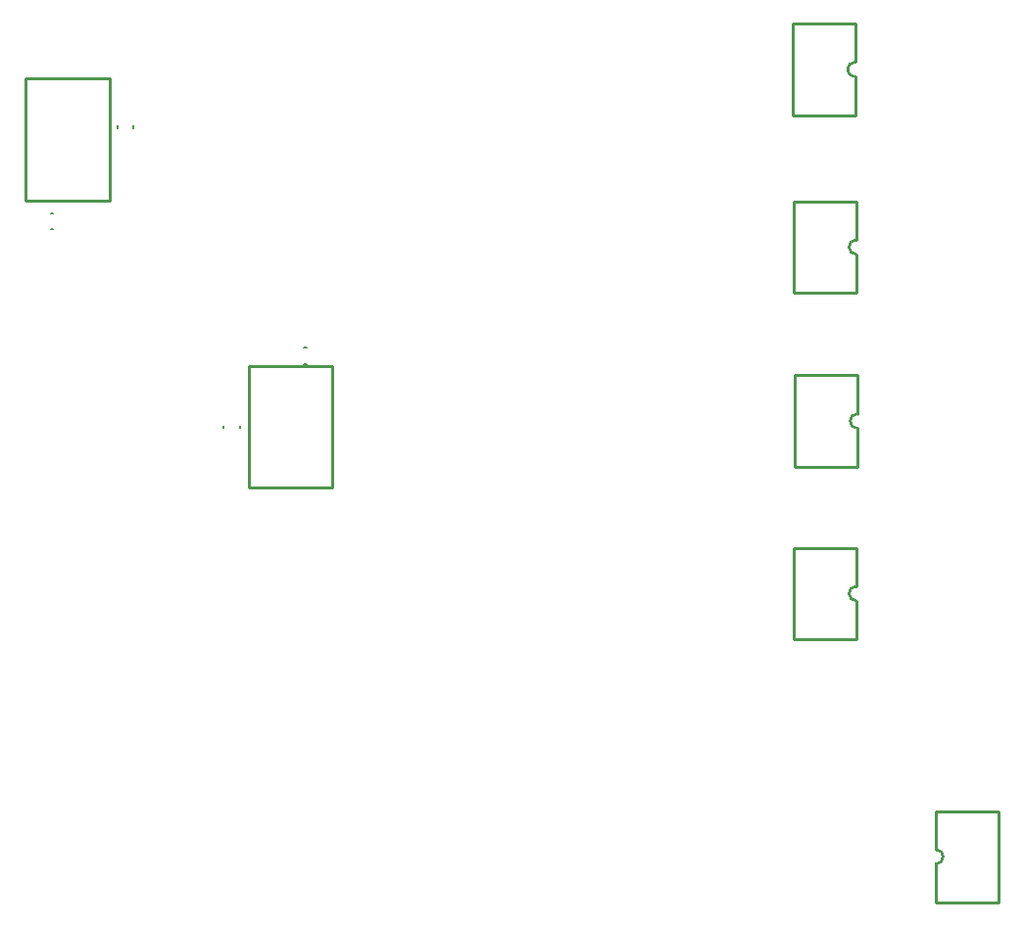
<source format=gbr>
G04 start of page 11 for group -4078 idx -4078 *
G04 Title: 971 BBB Cape, bottomsilk *
G04 Creator: pcb 20110918 *
G04 CreationDate: Thu Dec  5 05:46:54 2013 UTC *
G04 For: brians *
G04 Format: Gerber/RS-274X *
G04 PCB-Dimensions: 500000 400000 *
G04 PCB-Coordinate-Origin: lower left *
%MOIN*%
%FSLAX25Y25*%
%LNBOTTOMSILK*%
%ADD296C,0.0080*%
%ADD295C,0.0100*%
G54D295*X422997Y107952D02*X444209D01*
Y76820D01*
X422997D02*X444209D01*
X422997Y107952D02*Y94886D01*
Y89886D02*Y76820D01*
Y89886D02*G75*G03X422997Y94886I0J2500D01*G01*
X374335Y344934D02*X395547D01*
X374335Y376066D02*Y344934D01*
Y376066D02*X395547D01*
Y358000D02*Y344934D01*
Y376066D02*Y363000D01*
G75*G03X395547Y358000I0J-2500D01*G01*
X374835Y284434D02*X396047D01*
X374835Y315566D02*Y284434D01*
Y315566D02*X396047D01*
Y297500D02*Y284434D01*
Y315566D02*Y302500D01*
G75*G03X396047Y297500I0J-2500D01*G01*
G54D296*X144686Y341393D02*Y340607D01*
X150196Y341393D02*Y340607D01*
X121949Y311584D02*X122735D01*
X121949Y306074D02*X122735D01*
G54D295*X141999Y357329D02*Y315929D01*
X113499D02*X141999D01*
X113499Y357329D02*Y315929D01*
Y357329D02*X141999D01*
G54D296*X186296Y238507D02*Y239293D01*
X180786Y238507D02*Y239293D01*
X208148Y260145D02*X208934D01*
X208148Y265655D02*X208934D01*
G54D295*X189241Y218000D02*Y259400D01*
X217741D01*
Y218000D01*
X189241D01*
X374835Y166434D02*X396047D01*
X374835Y197566D02*Y166434D01*
Y197566D02*X396047D01*
Y179500D02*Y166434D01*
Y197566D02*Y184500D01*
G75*G03X396047Y179500I0J-2500D01*G01*
X375185Y225205D02*X396397D01*
X375185Y256337D02*Y225205D01*
Y256337D02*X396397D01*
Y238271D02*Y225205D01*
Y256337D02*Y243271D01*
G75*G03X396397Y238271I0J-2500D01*G01*
M02*

</source>
